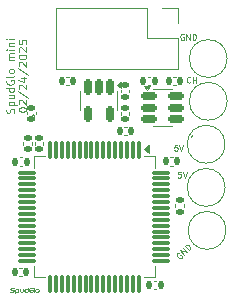
<source format=gto>
%TF.GenerationSoftware,KiCad,Pcbnew,8.0.5*%
%TF.CreationDate,2025-02-24T22:08:56-06:00*%
%TF.ProjectId,spudglo_driver_mini_v1p0,73707564-676c-46f5-9f64-72697665725f,rev?*%
%TF.SameCoordinates,Original*%
%TF.FileFunction,Legend,Top*%
%TF.FilePolarity,Positive*%
%FSLAX46Y46*%
G04 Gerber Fmt 4.6, Leading zero omitted, Abs format (unit mm)*
G04 Created by KiCad (PCBNEW 8.0.5) date 2025-02-24 22:08:56*
%MOMM*%
%LPD*%
G01*
G04 APERTURE LIST*
G04 Aperture macros list*
%AMRoundRect*
0 Rectangle with rounded corners*
0 $1 Rounding radius*
0 $2 $3 $4 $5 $6 $7 $8 $9 X,Y pos of 4 corners*
0 Add a 4 corners polygon primitive as box body*
4,1,4,$2,$3,$4,$5,$6,$7,$8,$9,$2,$3,0*
0 Add four circle primitives for the rounded corners*
1,1,$1+$1,$2,$3*
1,1,$1+$1,$4,$5*
1,1,$1+$1,$6,$7*
1,1,$1+$1,$8,$9*
0 Add four rect primitives between the rounded corners*
20,1,$1+$1,$2,$3,$4,$5,0*
20,1,$1+$1,$4,$5,$6,$7,0*
20,1,$1+$1,$6,$7,$8,$9,0*
20,1,$1+$1,$8,$9,$2,$3,0*%
G04 Aperture macros list end*
%ADD10C,0.125000*%
%ADD11C,0.120000*%
%ADD12C,0.200000*%
%ADD13C,0.000000*%
%ADD14C,0.152400*%
%ADD15C,2.000000*%
%ADD16RoundRect,0.140000X0.140000X0.170000X-0.140000X0.170000X-0.140000X-0.170000X0.140000X-0.170000X0*%
%ADD17RoundRect,0.140000X-0.140000X-0.170000X0.140000X-0.170000X0.140000X0.170000X-0.140000X0.170000X0*%
%ADD18RoundRect,0.140000X0.170000X-0.140000X0.170000X0.140000X-0.170000X0.140000X-0.170000X-0.140000X0*%
%ADD19RoundRect,0.140000X-0.170000X0.140000X-0.170000X-0.140000X0.170000X-0.140000X0.170000X0.140000X0*%
%ADD20RoundRect,0.135000X-0.185000X0.135000X-0.185000X-0.135000X0.185000X-0.135000X0.185000X0.135000X0*%
%ADD21C,2.600000*%
%ADD22RoundRect,0.150000X-0.512500X-0.150000X0.512500X-0.150000X0.512500X0.150000X-0.512500X0.150000X0*%
%ADD23RoundRect,0.075000X-0.700000X0.075000X-0.700000X-0.075000X0.700000X-0.075000X0.700000X0.075000X0*%
%ADD24RoundRect,0.075000X-0.075000X0.700000X-0.075000X-0.700000X0.075000X-0.700000X0.075000X0.700000X0*%
%ADD25O,1.700000X1.700000*%
%ADD26R,1.700000X1.700000*%
%ADD27R,1.200000X1.000000*%
%ADD28RoundRect,0.150000X-0.150000X0.512500X-0.150000X-0.512500X0.150000X-0.512500X0.150000X0.512500X0*%
%ADD29R,0.152400X0.254000*%
G04 APERTURE END LIST*
D10*
X206302856Y-57287190D02*
X206279047Y-57311000D01*
X206279047Y-57311000D02*
X206207618Y-57334809D01*
X206207618Y-57334809D02*
X206159999Y-57334809D01*
X206159999Y-57334809D02*
X206088571Y-57311000D01*
X206088571Y-57311000D02*
X206040952Y-57263380D01*
X206040952Y-57263380D02*
X206017142Y-57215761D01*
X206017142Y-57215761D02*
X205993333Y-57120523D01*
X205993333Y-57120523D02*
X205993333Y-57049095D01*
X205993333Y-57049095D02*
X206017142Y-56953857D01*
X206017142Y-56953857D02*
X206040952Y-56906238D01*
X206040952Y-56906238D02*
X206088571Y-56858619D01*
X206088571Y-56858619D02*
X206159999Y-56834809D01*
X206159999Y-56834809D02*
X206207618Y-56834809D01*
X206207618Y-56834809D02*
X206279047Y-56858619D01*
X206279047Y-56858619D02*
X206302856Y-56882428D01*
X206517142Y-57334809D02*
X206517142Y-56834809D01*
X206517142Y-57072904D02*
X206802856Y-57072904D01*
X206802856Y-57334809D02*
X206802856Y-56834809D01*
X205729047Y-53228619D02*
X205681428Y-53204809D01*
X205681428Y-53204809D02*
X205609999Y-53204809D01*
X205609999Y-53204809D02*
X205538571Y-53228619D01*
X205538571Y-53228619D02*
X205490952Y-53276238D01*
X205490952Y-53276238D02*
X205467142Y-53323857D01*
X205467142Y-53323857D02*
X205443333Y-53419095D01*
X205443333Y-53419095D02*
X205443333Y-53490523D01*
X205443333Y-53490523D02*
X205467142Y-53585761D01*
X205467142Y-53585761D02*
X205490952Y-53633380D01*
X205490952Y-53633380D02*
X205538571Y-53681000D01*
X205538571Y-53681000D02*
X205609999Y-53704809D01*
X205609999Y-53704809D02*
X205657618Y-53704809D01*
X205657618Y-53704809D02*
X205729047Y-53681000D01*
X205729047Y-53681000D02*
X205752856Y-53657190D01*
X205752856Y-53657190D02*
X205752856Y-53490523D01*
X205752856Y-53490523D02*
X205657618Y-53490523D01*
X205967142Y-53704809D02*
X205967142Y-53204809D01*
X205967142Y-53204809D02*
X206252856Y-53704809D01*
X206252856Y-53704809D02*
X206252856Y-53204809D01*
X206490952Y-53704809D02*
X206490952Y-53204809D01*
X206490952Y-53204809D02*
X206610000Y-53204809D01*
X206610000Y-53204809D02*
X206681428Y-53228619D01*
X206681428Y-53228619D02*
X206729047Y-53276238D01*
X206729047Y-53276238D02*
X206752857Y-53323857D01*
X206752857Y-53323857D02*
X206776666Y-53419095D01*
X206776666Y-53419095D02*
X206776666Y-53490523D01*
X206776666Y-53490523D02*
X206752857Y-53585761D01*
X206752857Y-53585761D02*
X206729047Y-53633380D01*
X206729047Y-53633380D02*
X206681428Y-53681000D01*
X206681428Y-53681000D02*
X206610000Y-53704809D01*
X206610000Y-53704809D02*
X206490952Y-53704809D01*
X205474762Y-64864809D02*
X205236667Y-64864809D01*
X205236667Y-64864809D02*
X205212858Y-65102904D01*
X205212858Y-65102904D02*
X205236667Y-65079095D01*
X205236667Y-65079095D02*
X205284286Y-65055285D01*
X205284286Y-65055285D02*
X205403334Y-65055285D01*
X205403334Y-65055285D02*
X205450953Y-65079095D01*
X205450953Y-65079095D02*
X205474762Y-65102904D01*
X205474762Y-65102904D02*
X205498572Y-65150523D01*
X205498572Y-65150523D02*
X205498572Y-65269571D01*
X205498572Y-65269571D02*
X205474762Y-65317190D01*
X205474762Y-65317190D02*
X205450953Y-65341000D01*
X205450953Y-65341000D02*
X205403334Y-65364809D01*
X205403334Y-65364809D02*
X205284286Y-65364809D01*
X205284286Y-65364809D02*
X205236667Y-65341000D01*
X205236667Y-65341000D02*
X205212858Y-65317190D01*
X205641429Y-64864809D02*
X205808095Y-65364809D01*
X205808095Y-65364809D02*
X205974762Y-64864809D01*
X205204762Y-62584809D02*
X204966667Y-62584809D01*
X204966667Y-62584809D02*
X204942858Y-62822904D01*
X204942858Y-62822904D02*
X204966667Y-62799095D01*
X204966667Y-62799095D02*
X205014286Y-62775285D01*
X205014286Y-62775285D02*
X205133334Y-62775285D01*
X205133334Y-62775285D02*
X205180953Y-62799095D01*
X205180953Y-62799095D02*
X205204762Y-62822904D01*
X205204762Y-62822904D02*
X205228572Y-62870523D01*
X205228572Y-62870523D02*
X205228572Y-62989571D01*
X205228572Y-62989571D02*
X205204762Y-63037190D01*
X205204762Y-63037190D02*
X205180953Y-63061000D01*
X205180953Y-63061000D02*
X205133334Y-63084809D01*
X205133334Y-63084809D02*
X205014286Y-63084809D01*
X205014286Y-63084809D02*
X204966667Y-63061000D01*
X204966667Y-63061000D02*
X204942858Y-63037190D01*
X205371429Y-62584809D02*
X205538095Y-63084809D01*
X205538095Y-63084809D02*
X205704762Y-62584809D01*
X205292872Y-71719621D02*
X205242365Y-71736456D01*
X205242365Y-71736456D02*
X205191857Y-71786964D01*
X205191857Y-71786964D02*
X205158185Y-71854308D01*
X205158185Y-71854308D02*
X205158185Y-71921651D01*
X205158185Y-71921651D02*
X205175021Y-71972159D01*
X205175021Y-71972159D02*
X205225529Y-72056338D01*
X205225529Y-72056338D02*
X205276036Y-72106846D01*
X205276036Y-72106846D02*
X205360216Y-72157353D01*
X205360216Y-72157353D02*
X205410723Y-72174189D01*
X205410723Y-72174189D02*
X205478067Y-72174189D01*
X205478067Y-72174189D02*
X205545410Y-72140517D01*
X205545410Y-72140517D02*
X205579082Y-72106846D01*
X205579082Y-72106846D02*
X205612754Y-72039502D01*
X205612754Y-72039502D02*
X205612754Y-72005830D01*
X205612754Y-72005830D02*
X205494903Y-71887979D01*
X205494903Y-71887979D02*
X205427559Y-71955323D01*
X205797948Y-71887979D02*
X205444395Y-71534426D01*
X205444395Y-71534426D02*
X205999979Y-71685949D01*
X205999979Y-71685949D02*
X205646426Y-71332395D01*
X206168338Y-71517590D02*
X205814785Y-71164036D01*
X205814785Y-71164036D02*
X205898964Y-71079857D01*
X205898964Y-71079857D02*
X205966308Y-71046185D01*
X205966308Y-71046185D02*
X206033651Y-71046185D01*
X206033651Y-71046185D02*
X206084159Y-71063021D01*
X206084159Y-71063021D02*
X206168338Y-71113529D01*
X206168338Y-71113529D02*
X206218846Y-71164036D01*
X206218846Y-71164036D02*
X206269353Y-71248216D01*
X206269353Y-71248216D02*
X206286189Y-71298723D01*
X206286189Y-71298723D02*
X206286189Y-71366067D01*
X206286189Y-71366067D02*
X206252517Y-71433410D01*
X206252517Y-71433410D02*
X206168338Y-71517590D01*
X191330018Y-59891666D02*
X191360970Y-59798809D01*
X191360970Y-59798809D02*
X191360970Y-59644047D01*
X191360970Y-59644047D02*
X191330018Y-59582142D01*
X191330018Y-59582142D02*
X191299065Y-59551190D01*
X191299065Y-59551190D02*
X191237160Y-59520237D01*
X191237160Y-59520237D02*
X191175256Y-59520237D01*
X191175256Y-59520237D02*
X191113351Y-59551190D01*
X191113351Y-59551190D02*
X191082398Y-59582142D01*
X191082398Y-59582142D02*
X191051446Y-59644047D01*
X191051446Y-59644047D02*
X191020494Y-59767856D01*
X191020494Y-59767856D02*
X190989541Y-59829761D01*
X190989541Y-59829761D02*
X190958589Y-59860714D01*
X190958589Y-59860714D02*
X190896684Y-59891666D01*
X190896684Y-59891666D02*
X190834779Y-59891666D01*
X190834779Y-59891666D02*
X190772875Y-59860714D01*
X190772875Y-59860714D02*
X190741922Y-59829761D01*
X190741922Y-59829761D02*
X190710970Y-59767856D01*
X190710970Y-59767856D02*
X190710970Y-59613095D01*
X190710970Y-59613095D02*
X190741922Y-59520237D01*
X190927637Y-59241666D02*
X191577637Y-59241666D01*
X190958589Y-59241666D02*
X190927637Y-59179761D01*
X190927637Y-59179761D02*
X190927637Y-59055951D01*
X190927637Y-59055951D02*
X190958589Y-58994047D01*
X190958589Y-58994047D02*
X190989541Y-58963094D01*
X190989541Y-58963094D02*
X191051446Y-58932142D01*
X191051446Y-58932142D02*
X191237160Y-58932142D01*
X191237160Y-58932142D02*
X191299065Y-58963094D01*
X191299065Y-58963094D02*
X191330018Y-58994047D01*
X191330018Y-58994047D02*
X191360970Y-59055951D01*
X191360970Y-59055951D02*
X191360970Y-59179761D01*
X191360970Y-59179761D02*
X191330018Y-59241666D01*
X190927637Y-58374999D02*
X191360970Y-58374999D01*
X190927637Y-58653571D02*
X191268113Y-58653571D01*
X191268113Y-58653571D02*
X191330018Y-58622618D01*
X191330018Y-58622618D02*
X191360970Y-58560713D01*
X191360970Y-58560713D02*
X191360970Y-58467856D01*
X191360970Y-58467856D02*
X191330018Y-58405952D01*
X191330018Y-58405952D02*
X191299065Y-58374999D01*
X191360970Y-57786904D02*
X190710970Y-57786904D01*
X191330018Y-57786904D02*
X191360970Y-57848809D01*
X191360970Y-57848809D02*
X191360970Y-57972618D01*
X191360970Y-57972618D02*
X191330018Y-58034523D01*
X191330018Y-58034523D02*
X191299065Y-58065476D01*
X191299065Y-58065476D02*
X191237160Y-58096428D01*
X191237160Y-58096428D02*
X191051446Y-58096428D01*
X191051446Y-58096428D02*
X190989541Y-58065476D01*
X190989541Y-58065476D02*
X190958589Y-58034523D01*
X190958589Y-58034523D02*
X190927637Y-57972618D01*
X190927637Y-57972618D02*
X190927637Y-57848809D01*
X190927637Y-57848809D02*
X190958589Y-57786904D01*
X190741922Y-57136904D02*
X190710970Y-57198809D01*
X190710970Y-57198809D02*
X190710970Y-57291666D01*
X190710970Y-57291666D02*
X190741922Y-57384523D01*
X190741922Y-57384523D02*
X190803827Y-57446428D01*
X190803827Y-57446428D02*
X190865732Y-57477381D01*
X190865732Y-57477381D02*
X190989541Y-57508333D01*
X190989541Y-57508333D02*
X191082398Y-57508333D01*
X191082398Y-57508333D02*
X191206208Y-57477381D01*
X191206208Y-57477381D02*
X191268113Y-57446428D01*
X191268113Y-57446428D02*
X191330018Y-57384523D01*
X191330018Y-57384523D02*
X191360970Y-57291666D01*
X191360970Y-57291666D02*
X191360970Y-57229762D01*
X191360970Y-57229762D02*
X191330018Y-57136904D01*
X191330018Y-57136904D02*
X191299065Y-57105952D01*
X191299065Y-57105952D02*
X191082398Y-57105952D01*
X191082398Y-57105952D02*
X191082398Y-57229762D01*
X191360970Y-56734523D02*
X191330018Y-56796428D01*
X191330018Y-56796428D02*
X191268113Y-56827381D01*
X191268113Y-56827381D02*
X190710970Y-56827381D01*
X191360970Y-56394047D02*
X191330018Y-56455952D01*
X191330018Y-56455952D02*
X191299065Y-56486905D01*
X191299065Y-56486905D02*
X191237160Y-56517857D01*
X191237160Y-56517857D02*
X191051446Y-56517857D01*
X191051446Y-56517857D02*
X190989541Y-56486905D01*
X190989541Y-56486905D02*
X190958589Y-56455952D01*
X190958589Y-56455952D02*
X190927637Y-56394047D01*
X190927637Y-56394047D02*
X190927637Y-56301190D01*
X190927637Y-56301190D02*
X190958589Y-56239286D01*
X190958589Y-56239286D02*
X190989541Y-56208333D01*
X190989541Y-56208333D02*
X191051446Y-56177381D01*
X191051446Y-56177381D02*
X191237160Y-56177381D01*
X191237160Y-56177381D02*
X191299065Y-56208333D01*
X191299065Y-56208333D02*
X191330018Y-56239286D01*
X191330018Y-56239286D02*
X191360970Y-56301190D01*
X191360970Y-56301190D02*
X191360970Y-56394047D01*
X191360970Y-55403572D02*
X190927637Y-55403572D01*
X190989541Y-55403572D02*
X190958589Y-55372619D01*
X190958589Y-55372619D02*
X190927637Y-55310714D01*
X190927637Y-55310714D02*
X190927637Y-55217857D01*
X190927637Y-55217857D02*
X190958589Y-55155953D01*
X190958589Y-55155953D02*
X191020494Y-55125000D01*
X191020494Y-55125000D02*
X191360970Y-55125000D01*
X191020494Y-55125000D02*
X190958589Y-55094048D01*
X190958589Y-55094048D02*
X190927637Y-55032143D01*
X190927637Y-55032143D02*
X190927637Y-54939286D01*
X190927637Y-54939286D02*
X190958589Y-54877381D01*
X190958589Y-54877381D02*
X191020494Y-54846429D01*
X191020494Y-54846429D02*
X191360970Y-54846429D01*
X191360970Y-54536905D02*
X190927637Y-54536905D01*
X190710970Y-54536905D02*
X190741922Y-54567857D01*
X190741922Y-54567857D02*
X190772875Y-54536905D01*
X190772875Y-54536905D02*
X190741922Y-54505952D01*
X190741922Y-54505952D02*
X190710970Y-54536905D01*
X190710970Y-54536905D02*
X190772875Y-54536905D01*
X190927637Y-54227381D02*
X191360970Y-54227381D01*
X190989541Y-54227381D02*
X190958589Y-54196428D01*
X190958589Y-54196428D02*
X190927637Y-54134523D01*
X190927637Y-54134523D02*
X190927637Y-54041666D01*
X190927637Y-54041666D02*
X190958589Y-53979762D01*
X190958589Y-53979762D02*
X191020494Y-53948809D01*
X191020494Y-53948809D02*
X191360970Y-53948809D01*
X191360970Y-53639286D02*
X190927637Y-53639286D01*
X190710970Y-53639286D02*
X190741922Y-53670238D01*
X190741922Y-53670238D02*
X190772875Y-53639286D01*
X190772875Y-53639286D02*
X190741922Y-53608333D01*
X190741922Y-53608333D02*
X190710970Y-53639286D01*
X190710970Y-53639286D02*
X190772875Y-53639286D01*
X191757434Y-59628572D02*
X191757434Y-59566667D01*
X191757434Y-59566667D02*
X191788386Y-59504763D01*
X191788386Y-59504763D02*
X191819339Y-59473810D01*
X191819339Y-59473810D02*
X191881243Y-59442858D01*
X191881243Y-59442858D02*
X192005053Y-59411905D01*
X192005053Y-59411905D02*
X192159815Y-59411905D01*
X192159815Y-59411905D02*
X192283624Y-59442858D01*
X192283624Y-59442858D02*
X192345529Y-59473810D01*
X192345529Y-59473810D02*
X192376482Y-59504763D01*
X192376482Y-59504763D02*
X192407434Y-59566667D01*
X192407434Y-59566667D02*
X192407434Y-59628572D01*
X192407434Y-59628572D02*
X192376482Y-59690477D01*
X192376482Y-59690477D02*
X192345529Y-59721429D01*
X192345529Y-59721429D02*
X192283624Y-59752382D01*
X192283624Y-59752382D02*
X192159815Y-59783334D01*
X192159815Y-59783334D02*
X192005053Y-59783334D01*
X192005053Y-59783334D02*
X191881243Y-59752382D01*
X191881243Y-59752382D02*
X191819339Y-59721429D01*
X191819339Y-59721429D02*
X191788386Y-59690477D01*
X191788386Y-59690477D02*
X191757434Y-59628572D01*
X191819339Y-59164286D02*
X191788386Y-59133334D01*
X191788386Y-59133334D02*
X191757434Y-59071429D01*
X191757434Y-59071429D02*
X191757434Y-58916667D01*
X191757434Y-58916667D02*
X191788386Y-58854762D01*
X191788386Y-58854762D02*
X191819339Y-58823810D01*
X191819339Y-58823810D02*
X191881243Y-58792857D01*
X191881243Y-58792857D02*
X191943148Y-58792857D01*
X191943148Y-58792857D02*
X192036005Y-58823810D01*
X192036005Y-58823810D02*
X192407434Y-59195238D01*
X192407434Y-59195238D02*
X192407434Y-58792857D01*
X191726482Y-58050000D02*
X192562196Y-58607143D01*
X191819339Y-57864286D02*
X191788386Y-57833334D01*
X191788386Y-57833334D02*
X191757434Y-57771429D01*
X191757434Y-57771429D02*
X191757434Y-57616667D01*
X191757434Y-57616667D02*
X191788386Y-57554762D01*
X191788386Y-57554762D02*
X191819339Y-57523810D01*
X191819339Y-57523810D02*
X191881243Y-57492857D01*
X191881243Y-57492857D02*
X191943148Y-57492857D01*
X191943148Y-57492857D02*
X192036005Y-57523810D01*
X192036005Y-57523810D02*
X192407434Y-57895238D01*
X192407434Y-57895238D02*
X192407434Y-57492857D01*
X191974101Y-56935714D02*
X192407434Y-56935714D01*
X191726482Y-57090476D02*
X192190767Y-57245238D01*
X192190767Y-57245238D02*
X192190767Y-56842857D01*
X191726482Y-56130952D02*
X192562196Y-56688095D01*
X191819339Y-55945238D02*
X191788386Y-55914286D01*
X191788386Y-55914286D02*
X191757434Y-55852381D01*
X191757434Y-55852381D02*
X191757434Y-55697619D01*
X191757434Y-55697619D02*
X191788386Y-55635714D01*
X191788386Y-55635714D02*
X191819339Y-55604762D01*
X191819339Y-55604762D02*
X191881243Y-55573809D01*
X191881243Y-55573809D02*
X191943148Y-55573809D01*
X191943148Y-55573809D02*
X192036005Y-55604762D01*
X192036005Y-55604762D02*
X192407434Y-55976190D01*
X192407434Y-55976190D02*
X192407434Y-55573809D01*
X191757434Y-55171428D02*
X191757434Y-55109523D01*
X191757434Y-55109523D02*
X191788386Y-55047619D01*
X191788386Y-55047619D02*
X191819339Y-55016666D01*
X191819339Y-55016666D02*
X191881243Y-54985714D01*
X191881243Y-54985714D02*
X192005053Y-54954761D01*
X192005053Y-54954761D02*
X192159815Y-54954761D01*
X192159815Y-54954761D02*
X192283624Y-54985714D01*
X192283624Y-54985714D02*
X192345529Y-55016666D01*
X192345529Y-55016666D02*
X192376482Y-55047619D01*
X192376482Y-55047619D02*
X192407434Y-55109523D01*
X192407434Y-55109523D02*
X192407434Y-55171428D01*
X192407434Y-55171428D02*
X192376482Y-55233333D01*
X192376482Y-55233333D02*
X192345529Y-55264285D01*
X192345529Y-55264285D02*
X192283624Y-55295238D01*
X192283624Y-55295238D02*
X192159815Y-55326190D01*
X192159815Y-55326190D02*
X192005053Y-55326190D01*
X192005053Y-55326190D02*
X191881243Y-55295238D01*
X191881243Y-55295238D02*
X191819339Y-55264285D01*
X191819339Y-55264285D02*
X191788386Y-55233333D01*
X191788386Y-55233333D02*
X191757434Y-55171428D01*
X191819339Y-54707142D02*
X191788386Y-54676190D01*
X191788386Y-54676190D02*
X191757434Y-54614285D01*
X191757434Y-54614285D02*
X191757434Y-54459523D01*
X191757434Y-54459523D02*
X191788386Y-54397618D01*
X191788386Y-54397618D02*
X191819339Y-54366666D01*
X191819339Y-54366666D02*
X191881243Y-54335713D01*
X191881243Y-54335713D02*
X191943148Y-54335713D01*
X191943148Y-54335713D02*
X192036005Y-54366666D01*
X192036005Y-54366666D02*
X192407434Y-54738094D01*
X192407434Y-54738094D02*
X192407434Y-54335713D01*
X191757434Y-53747618D02*
X191757434Y-54057142D01*
X191757434Y-54057142D02*
X192066958Y-54088094D01*
X192066958Y-54088094D02*
X192036005Y-54057142D01*
X192036005Y-54057142D02*
X192005053Y-53995237D01*
X192005053Y-53995237D02*
X192005053Y-53840475D01*
X192005053Y-53840475D02*
X192036005Y-53778570D01*
X192036005Y-53778570D02*
X192066958Y-53747618D01*
X192066958Y-53747618D02*
X192128862Y-53716665D01*
X192128862Y-53716665D02*
X192283624Y-53716665D01*
X192283624Y-53716665D02*
X192345529Y-53747618D01*
X192345529Y-53747618D02*
X192376482Y-53778570D01*
X192376482Y-53778570D02*
X192407434Y-53840475D01*
X192407434Y-53840475D02*
X192407434Y-53995237D01*
X192407434Y-53995237D02*
X192376482Y-54057142D01*
X192376482Y-54057142D02*
X192345529Y-54088094D01*
D11*
%TO.C,C25*%
X205047836Y-57540000D02*
X204832164Y-57540000D01*
X205047836Y-56820000D02*
X204832164Y-56820000D01*
%TO.C,C24*%
X202692164Y-56850000D02*
X202907836Y-56850000D01*
X202692164Y-57570000D02*
X202907836Y-57570000D01*
%TO.C,C23*%
X195987836Y-57570000D02*
X195772164Y-57570000D01*
X195987836Y-56850000D02*
X195772164Y-56850000D01*
%TO.C,C20*%
X192470000Y-60027836D02*
X192470000Y-59812164D01*
X193190000Y-60027836D02*
X193190000Y-59812164D01*
%TO.C,C17*%
X192160000Y-62587836D02*
X192160000Y-62372164D01*
X192880000Y-62587836D02*
X192880000Y-62372164D01*
%TO.C,C16*%
X193140000Y-62577836D02*
X193140000Y-62362164D01*
X193860000Y-62577836D02*
X193860000Y-62362164D01*
%TO.C,C15*%
X204592164Y-64350000D02*
X204807836Y-64350000D01*
X204592164Y-63630000D02*
X204807836Y-63630000D01*
%TO.C,C14*%
X192027836Y-73730000D02*
X191812164Y-73730000D01*
X192027836Y-73010000D02*
X191812164Y-73010000D01*
%TO.C,C13*%
X192057836Y-64380000D02*
X191842164Y-64380000D01*
X192057836Y-63660000D02*
X191842164Y-63660000D01*
%TO.C,C12*%
X200917836Y-61780000D02*
X200702164Y-61780000D01*
X200917836Y-61060000D02*
X200702164Y-61060000D01*
%TO.C,C11*%
X203417836Y-74840000D02*
X203202164Y-74840000D01*
X203417836Y-74120000D02*
X203202164Y-74120000D01*
%TO.C,C10*%
X201120000Y-59852164D02*
X201120000Y-60067836D01*
X200400000Y-59852164D02*
X200400000Y-60067836D01*
%TO.C,C9*%
X201130000Y-57932164D02*
X201130000Y-58147836D01*
X200410000Y-57932164D02*
X200410000Y-58147836D01*
%TO.C,R6*%
X205790000Y-67586359D02*
X205790000Y-67893641D01*
X205030000Y-67586359D02*
X205030000Y-67893641D01*
%TO.C,J7*%
X209230781Y-66200000D02*
G75*
G02*
X206029219Y-66200000I-1600781J0D01*
G01*
X206029219Y-66200000D02*
G75*
G02*
X209230781Y-66200000I1600781J0D01*
G01*
%TO.C,J1*%
X209310781Y-69840000D02*
G75*
G02*
X206109219Y-69840000I-1600781J0D01*
G01*
X206109219Y-69840000D02*
G75*
G02*
X209310781Y-69840000I1600781J0D01*
G01*
%TO.C,U7*%
X202612500Y-57940000D02*
X202372500Y-57610000D01*
X202852500Y-57610000D01*
X202612500Y-57940000D01*
G36*
X202612500Y-57940000D02*
G01*
X202372500Y-57610000D01*
X202852500Y-57610000D01*
X202612500Y-57940000D01*
G37*
X203912500Y-61010000D02*
X204712500Y-61010000D01*
X203912500Y-61010000D02*
X203112500Y-61010000D01*
X203912500Y-57890000D02*
X204712500Y-57890000D01*
X203912500Y-57890000D02*
X203112500Y-57890000D01*
%TO.C,J2*%
X209230781Y-62550000D02*
G75*
G02*
X206029219Y-62550000I-1600781J0D01*
G01*
X206029219Y-62550000D02*
G75*
G02*
X209230781Y-62550000I1600781J0D01*
G01*
%TO.C,U4*%
X202799999Y-63305000D02*
X202330000Y-62965000D01*
X202800000Y-62625000D01*
X202799999Y-63305000D01*
G36*
X202799999Y-63305000D02*
G01*
X202330000Y-62965000D01*
X202800000Y-62625000D01*
X202799999Y-63305000D01*
G37*
X193060000Y-63580000D02*
X194010000Y-63580000D01*
X193060000Y-64530000D02*
X193060000Y-63580000D01*
X193060000Y-72850000D02*
X193060000Y-73800000D01*
X193060000Y-73800000D02*
X194010000Y-73800000D01*
X203280000Y-63580000D02*
X202330000Y-63580000D01*
X203280000Y-64530000D02*
X203280000Y-63580000D01*
X203280000Y-72850000D02*
X203280000Y-73800000D01*
X203280000Y-73800000D02*
X202330000Y-73800000D01*
%TO.C,J4*%
X209410781Y-58910000D02*
G75*
G02*
X206209219Y-58910000I-1600781J0D01*
G01*
X206209219Y-58910000D02*
G75*
G02*
X209410781Y-58910000I1600781J0D01*
G01*
%TO.C,J5*%
X209400781Y-55290000D02*
G75*
G02*
X206199219Y-55290000I-1600781J0D01*
G01*
X206199219Y-55290000D02*
G75*
G02*
X209400781Y-55290000I1600781J0D01*
G01*
%TO.C,J3*%
X194940000Y-50970000D02*
X194940000Y-56170000D01*
X202619999Y-50970000D02*
X194940000Y-50970000D01*
X202619999Y-50970000D02*
X202620000Y-53570000D01*
X202620000Y-53570000D02*
X205220000Y-53570001D01*
X203890000Y-50970000D02*
X205220000Y-50970000D01*
X205220000Y-50970000D02*
X205220000Y-52300000D01*
X205220000Y-53570001D02*
X205220000Y-56170000D01*
X205220000Y-56170000D02*
X194940000Y-56170000D01*
D12*
%TO.C,U5*%
X193110000Y-60140000D02*
G75*
G02*
X192910000Y-60140000I-100000J0D01*
G01*
X192910000Y-60140000D02*
G75*
G02*
X193110000Y-60140000I100000J0D01*
G01*
D11*
%TO.C,U3*%
X196980000Y-58807500D02*
X196980001Y-58007500D01*
X196980000Y-58807500D02*
X196980001Y-59607500D01*
X200100002Y-58807500D02*
X200100001Y-58007500D01*
X200100002Y-58807500D02*
X200100001Y-59607500D01*
X200380001Y-57747500D02*
X200050001Y-57507500D01*
X200380001Y-57267500D01*
X200380001Y-57747500D01*
G36*
X200380001Y-57747500D02*
G01*
X200050001Y-57507500D01*
X200380001Y-57267500D01*
X200380001Y-57747500D01*
G37*
D13*
%TO.C,G\u002A\u002A\u002A*%
G36*
X191366694Y-74645617D02*
G01*
X191366730Y-74645905D01*
X191365812Y-74647074D01*
X191365526Y-74647108D01*
X191364357Y-74646193D01*
X191364323Y-74645905D01*
X191365238Y-74644736D01*
X191365526Y-74644702D01*
X191366694Y-74645617D01*
G37*
G36*
X191366694Y-75146394D02*
G01*
X191366729Y-75146682D01*
X191365812Y-75147851D01*
X191365526Y-75147886D01*
X191364357Y-75146970D01*
X191364322Y-75146682D01*
X191365238Y-75145513D01*
X191365525Y-75145478D01*
X191366694Y-75146394D01*
G37*
G36*
X191867472Y-74645617D02*
G01*
X191867507Y-74645905D01*
X191866591Y-74647074D01*
X191866303Y-74647109D01*
X191865134Y-74646193D01*
X191865098Y-74645905D01*
X191866016Y-74644736D01*
X191866303Y-74644701D01*
X191867472Y-74645617D01*
G37*
G36*
X191867472Y-75146394D02*
G01*
X191867507Y-75146682D01*
X191866591Y-75147851D01*
X191866303Y-75147886D01*
X191865134Y-75146970D01*
X191865099Y-75146682D01*
X191866015Y-75145513D01*
X191866303Y-75145478D01*
X191867472Y-75146394D01*
G37*
G36*
X192368249Y-74645617D02*
G01*
X192368284Y-74645905D01*
X192367368Y-74647074D01*
X192367080Y-74647109D01*
X192365911Y-74646194D01*
X192365876Y-74645905D01*
X192366792Y-74644735D01*
X192367080Y-74644701D01*
X192368249Y-74645617D01*
G37*
G36*
X192368249Y-75146394D02*
G01*
X192368284Y-75146682D01*
X192367368Y-75147851D01*
X192367080Y-75147886D01*
X192365911Y-75146969D01*
X192365876Y-75146682D01*
X192366792Y-75145513D01*
X192367080Y-75145478D01*
X192368249Y-75146394D01*
G37*
G36*
X192869026Y-74645617D02*
G01*
X192869061Y-74645905D01*
X192868145Y-74647075D01*
X192867857Y-74647109D01*
X192866689Y-74646193D01*
X192866654Y-74645905D01*
X192867570Y-74644736D01*
X192867857Y-74644701D01*
X192869026Y-74645617D01*
G37*
G36*
X192869026Y-75146394D02*
G01*
X192869061Y-75146682D01*
X192868145Y-75147850D01*
X192867857Y-75147886D01*
X192866689Y-75146970D01*
X192866654Y-75146682D01*
X192867570Y-75145513D01*
X192867857Y-75145478D01*
X192869026Y-75146394D01*
G37*
G36*
X193371007Y-74645617D02*
G01*
X193371042Y-74645905D01*
X193370126Y-74647074D01*
X193369838Y-74647109D01*
X193368670Y-74646193D01*
X193368635Y-74645905D01*
X193369551Y-74644736D01*
X193369838Y-74644701D01*
X193371007Y-74645617D01*
G37*
G36*
X193371007Y-75146394D02*
G01*
X193371042Y-75146682D01*
X193370126Y-75147851D01*
X193369838Y-75147886D01*
X193368670Y-75146970D01*
X193368635Y-75146682D01*
X193369551Y-75145513D01*
X193369838Y-75145478D01*
X193371007Y-75146394D01*
G37*
G36*
X193101413Y-74713763D02*
G01*
X193110348Y-74716580D01*
X193118354Y-74720918D01*
X193125054Y-74726655D01*
X193130068Y-74733660D01*
X193130733Y-74734986D01*
X193133293Y-74740403D01*
X193133677Y-74891813D01*
X193133734Y-74916951D01*
X193133767Y-74939794D01*
X193133776Y-74960455D01*
X193133758Y-74979049D01*
X193133712Y-74995687D01*
X193133635Y-75010483D01*
X193133525Y-75023551D01*
X193133379Y-75035003D01*
X193133198Y-75044953D01*
X193132974Y-75053513D01*
X193132710Y-75060797D01*
X193132403Y-75066918D01*
X193132049Y-75071988D01*
X193131648Y-75076122D01*
X193131196Y-75079433D01*
X193130692Y-75082032D01*
X193130134Y-75084034D01*
X193130048Y-75084284D01*
X193126565Y-75090674D01*
X193121041Y-75096437D01*
X193113820Y-75101253D01*
X193109819Y-75103146D01*
X193104465Y-75104784D01*
X193097856Y-75105938D01*
X193090849Y-75106541D01*
X193084300Y-75106520D01*
X193079065Y-75105811D01*
X193078521Y-75105664D01*
X193068864Y-75101778D01*
X193060610Y-75096111D01*
X193053367Y-75088391D01*
X193053241Y-75088228D01*
X193052494Y-75087297D01*
X193051819Y-75086452D01*
X193051212Y-75085574D01*
X193050669Y-75084543D01*
X193050186Y-75083239D01*
X193049760Y-75081539D01*
X193049387Y-75079325D01*
X193049062Y-75076477D01*
X193048782Y-75072874D01*
X193048543Y-75068396D01*
X193048342Y-75062922D01*
X193048173Y-75056332D01*
X193048034Y-75048505D01*
X193047920Y-75039322D01*
X193047828Y-75028662D01*
X193047754Y-75016405D01*
X193047693Y-75002430D01*
X193047643Y-74986617D01*
X193047598Y-74968846D01*
X193047556Y-74948997D01*
X193047512Y-74926948D01*
X193047476Y-74909285D01*
X193047128Y-74739902D01*
X193050031Y-74735337D01*
X193056553Y-74726923D01*
X193064166Y-74720326D01*
X193072558Y-74715816D01*
X193072833Y-74715710D01*
X193082277Y-74713202D01*
X193091930Y-74712595D01*
X193101413Y-74713763D01*
G37*
G36*
X192196312Y-74815252D02*
G01*
X192203211Y-74817394D01*
X192210280Y-74820523D01*
X192216746Y-74824288D01*
X192221836Y-74828336D01*
X192222573Y-74829096D01*
X192225697Y-74832702D01*
X192227813Y-74835828D01*
X192229620Y-74839441D01*
X192230063Y-74840614D01*
X192230441Y-74842152D01*
X192230760Y-74844252D01*
X192231027Y-74847112D01*
X192231248Y-74850924D01*
X192231430Y-74855890D01*
X192231580Y-74862205D01*
X192231704Y-74870065D01*
X192231810Y-74879666D01*
X192231901Y-74891207D01*
X192231986Y-74904883D01*
X192232020Y-74910739D01*
X192232096Y-74926531D01*
X192232131Y-74940138D01*
X192232110Y-74951779D01*
X192232022Y-74961678D01*
X192231852Y-74970055D01*
X192231588Y-74977134D01*
X192231217Y-74983133D01*
X192230724Y-74988276D01*
X192230098Y-74992783D01*
X192229323Y-74996876D01*
X192228391Y-75000777D01*
X192227284Y-75004707D01*
X192226236Y-75008114D01*
X192220035Y-75024715D01*
X192212361Y-75039673D01*
X192203070Y-75053152D01*
X192192016Y-75065318D01*
X192179052Y-75076335D01*
X192164037Y-75086370D01*
X192151551Y-75093243D01*
X192141545Y-75097880D01*
X192131904Y-75101286D01*
X192121845Y-75103672D01*
X192110585Y-75105247D01*
X192104654Y-75105766D01*
X192099955Y-75106012D01*
X192093166Y-75106220D01*
X192084601Y-75106392D01*
X192074573Y-75106527D01*
X192063402Y-75106626D01*
X192051401Y-75106689D01*
X192038887Y-75106717D01*
X192026175Y-75106708D01*
X192013579Y-75106664D01*
X192001417Y-75106585D01*
X191990003Y-75106471D01*
X191979653Y-75106323D01*
X191970684Y-75106141D01*
X191963410Y-75105924D01*
X191958146Y-75105674D01*
X191957791Y-75105650D01*
X191951148Y-75105017D01*
X191944392Y-75104073D01*
X191938474Y-75102964D01*
X191935521Y-75102222D01*
X191929737Y-75100376D01*
X191923735Y-75098223D01*
X191918097Y-75095997D01*
X191913407Y-75093930D01*
X191910245Y-75092257D01*
X191909639Y-75091833D01*
X191907325Y-75090299D01*
X191904196Y-75088553D01*
X191904035Y-75088472D01*
X191900963Y-75086713D01*
X191898700Y-75085075D01*
X191898618Y-75084999D01*
X191896757Y-75083381D01*
X191893815Y-75080979D01*
X191892008Y-75079551D01*
X191884501Y-75073053D01*
X191876836Y-75065301D01*
X191869656Y-75057014D01*
X191863609Y-75048909D01*
X191861389Y-75045447D01*
X191859088Y-75041709D01*
X191857103Y-75038627D01*
X191856061Y-75037137D01*
X191854922Y-75035132D01*
X191853170Y-75031409D01*
X191851026Y-75026506D01*
X191848715Y-75020961D01*
X191846460Y-75015314D01*
X191844484Y-75010101D01*
X191843012Y-75005863D01*
X191842815Y-75005237D01*
X191841575Y-75001155D01*
X191840528Y-74997494D01*
X191839657Y-74994008D01*
X191838942Y-74990452D01*
X191838366Y-74986578D01*
X191837909Y-74982141D01*
X191837552Y-74976895D01*
X191837278Y-74970593D01*
X191837067Y-74962990D01*
X191836900Y-74953839D01*
X191836760Y-74942894D01*
X191836627Y-74929910D01*
X191836559Y-74922670D01*
X191836455Y-74908748D01*
X191836410Y-74895823D01*
X191836424Y-74884111D01*
X191836493Y-74873825D01*
X191836615Y-74865181D01*
X191836792Y-74858394D01*
X191837018Y-74853680D01*
X191837166Y-74852027D01*
X191839253Y-74842487D01*
X191843119Y-74834361D01*
X191848911Y-74827456D01*
X191856773Y-74821577D01*
X191862076Y-74818688D01*
X191864870Y-74817563D01*
X191868133Y-74816841D01*
X191872462Y-74816444D01*
X191878457Y-74816289D01*
X191880146Y-74816281D01*
X191886130Y-74816309D01*
X191890384Y-74816515D01*
X191893586Y-74817018D01*
X191896413Y-74817937D01*
X191899545Y-74819392D01*
X191900455Y-74819853D01*
X191908525Y-74824956D01*
X191914964Y-74831073D01*
X191919404Y-74837851D01*
X191919623Y-74838323D01*
X191920212Y-74839727D01*
X191920707Y-74841244D01*
X191921122Y-74843097D01*
X191921467Y-74845511D01*
X191921755Y-74848708D01*
X191921999Y-74852914D01*
X191922209Y-74858350D01*
X191922400Y-74865242D01*
X191922582Y-74873813D01*
X191922769Y-74884285D01*
X191922972Y-74896883D01*
X191923028Y-74900507D01*
X191923224Y-74912206D01*
X191923437Y-74923372D01*
X191923660Y-74933732D01*
X191923887Y-74943012D01*
X191924110Y-74950939D01*
X191924322Y-74957241D01*
X191924517Y-74961644D01*
X191924664Y-74963706D01*
X191926693Y-74974285D01*
X191930195Y-74984539D01*
X191934934Y-74994083D01*
X191940670Y-75002538D01*
X191947170Y-75009523D01*
X191954192Y-75014657D01*
X191957413Y-75016243D01*
X191960363Y-75017150D01*
X191964597Y-75017911D01*
X191970251Y-75018530D01*
X191977459Y-75019014D01*
X191986355Y-75019365D01*
X191997072Y-75019589D01*
X192009745Y-75019689D01*
X192024508Y-75019675D01*
X192041494Y-75019547D01*
X192048075Y-75019474D01*
X192102848Y-75018836D01*
X192111876Y-75014309D01*
X192120469Y-75009505D01*
X192127265Y-75004455D01*
X192132860Y-74998630D01*
X192137849Y-74991500D01*
X192138263Y-74990820D01*
X192142379Y-74983983D01*
X192143301Y-74962709D01*
X192143537Y-74956036D01*
X192143759Y-74947467D01*
X192143954Y-74937517D01*
X192144119Y-74926697D01*
X192144240Y-74915522D01*
X192144313Y-74904502D01*
X192144325Y-74901108D01*
X192144394Y-74887314D01*
X192144554Y-74875685D01*
X192144846Y-74865979D01*
X192145313Y-74857951D01*
X192145996Y-74851364D01*
X192146938Y-74845972D01*
X192148179Y-74841534D01*
X192149764Y-74837808D01*
X192151732Y-74834552D01*
X192154126Y-74831523D01*
X192156871Y-74828597D01*
X192163601Y-74823179D01*
X192171731Y-74818793D01*
X192180456Y-74815778D01*
X192188969Y-74814475D01*
X192190356Y-74814449D01*
X192196312Y-74815252D01*
G37*
G36*
X193359036Y-74814452D02*
G01*
X193371485Y-74814479D01*
X193381933Y-74814533D01*
X193390587Y-74814619D01*
X193397649Y-74814742D01*
X193403325Y-74814907D01*
X193407818Y-74815119D01*
X193411332Y-74815385D01*
X193414071Y-74815708D01*
X193416240Y-74816094D01*
X193417214Y-74816323D01*
X193425157Y-74818527D01*
X193433797Y-74821224D01*
X193442443Y-74824172D01*
X193450399Y-74827132D01*
X193456974Y-74829863D01*
X193458982Y-74830799D01*
X193463117Y-74832747D01*
X193466437Y-74834194D01*
X193468337Y-74834878D01*
X193468495Y-74834900D01*
X193470205Y-74835648D01*
X193471172Y-74836430D01*
X193472990Y-74837856D01*
X193476130Y-74840036D01*
X193479367Y-74842148D01*
X193490159Y-74850167D01*
X193500485Y-74860098D01*
X193509907Y-74871445D01*
X193517985Y-74883714D01*
X193520706Y-74888701D01*
X193525288Y-74898156D01*
X193528925Y-74907025D01*
X193531700Y-74915753D01*
X193533695Y-74924777D01*
X193534993Y-74934537D01*
X193535676Y-74945474D01*
X193535828Y-74958028D01*
X193535653Y-74968363D01*
X193535406Y-74976857D01*
X193535117Y-74983476D01*
X193534729Y-74988750D01*
X193534178Y-74993211D01*
X193533406Y-74997390D01*
X193532350Y-75001820D01*
X193531443Y-75005238D01*
X193529550Y-75011657D01*
X193527366Y-75018235D01*
X193525218Y-75024017D01*
X193524037Y-75026805D01*
X193521843Y-75031288D01*
X193519073Y-75036479D01*
X193516038Y-75041857D01*
X193513040Y-75046899D01*
X193510386Y-75051087D01*
X193508382Y-75053897D01*
X193507752Y-75054592D01*
X193506382Y-75056029D01*
X193503920Y-75058772D01*
X193500832Y-75062298D01*
X193499961Y-75063307D01*
X193492495Y-75071065D01*
X193484015Y-75078083D01*
X193474241Y-75084524D01*
X193462900Y-75090550D01*
X193449715Y-75096324D01*
X193434410Y-75102006D01*
X193433750Y-75102233D01*
X193420021Y-75106957D01*
X193350690Y-75106749D01*
X193337516Y-75106697D01*
X193324691Y-75106622D01*
X193312484Y-75106529D01*
X193301167Y-75106419D01*
X193291006Y-75106297D01*
X193282274Y-75106163D01*
X193275240Y-75106024D01*
X193270174Y-75105881D01*
X193268118Y-75105790D01*
X193252657Y-75103735D01*
X193236839Y-75099300D01*
X193220745Y-75092526D01*
X193216259Y-75090393D01*
X193212557Y-75088742D01*
X193210192Y-75087814D01*
X193209696Y-75087695D01*
X193208557Y-75086969D01*
X193208530Y-75086774D01*
X193207575Y-75085733D01*
X193205076Y-75083906D01*
X193201725Y-75081781D01*
X193192533Y-75075287D01*
X193183262Y-75066890D01*
X193174325Y-75057048D01*
X193166135Y-75046214D01*
X193159105Y-75034844D01*
X193159041Y-75034730D01*
X193153691Y-75024048D01*
X193149567Y-75013563D01*
X193146532Y-75002717D01*
X193144445Y-74990953D01*
X193143168Y-74977715D01*
X193142765Y-74969725D01*
X193142694Y-74960095D01*
X193232098Y-74960095D01*
X193232119Y-74967617D01*
X193232307Y-74973269D01*
X193232711Y-74977585D01*
X193233381Y-74981098D01*
X193234304Y-74984170D01*
X193238345Y-74993051D01*
X193243758Y-75000764D01*
X193250142Y-75006755D01*
X193251033Y-75007386D01*
X193256051Y-75010430D01*
X193261915Y-75013423D01*
X193267803Y-75015991D01*
X193272895Y-75017758D01*
X193274739Y-75018197D01*
X193276993Y-75018384D01*
X193281366Y-75018541D01*
X193287567Y-75018668D01*
X193295307Y-75018766D01*
X193304297Y-75018835D01*
X193314248Y-75018878D01*
X193324869Y-75018892D01*
X193335872Y-75018881D01*
X193346967Y-75018845D01*
X193357864Y-75018785D01*
X193368276Y-75018702D01*
X193377910Y-75018594D01*
X193386480Y-75018464D01*
X193393694Y-75018314D01*
X193399264Y-75018143D01*
X193402900Y-75017952D01*
X193403888Y-75017852D01*
X193413300Y-75015475D01*
X193422456Y-75011295D01*
X193430749Y-75005682D01*
X193437573Y-74999007D01*
X193440018Y-74995734D01*
X193443073Y-74990794D01*
X193445279Y-74986218D01*
X193446752Y-74981471D01*
X193447605Y-74976019D01*
X193447956Y-74969329D01*
X193447917Y-74960866D01*
X193447882Y-74959274D01*
X193447699Y-74952338D01*
X193447472Y-74947278D01*
X193447108Y-74943559D01*
X193446511Y-74940648D01*
X193445587Y-74938013D01*
X193444241Y-74935119D01*
X193443256Y-74933164D01*
X193438653Y-74925322D01*
X193433463Y-74919178D01*
X193427089Y-74914159D01*
X193418933Y-74909695D01*
X193418481Y-74909483D01*
X193414898Y-74907908D01*
X193411601Y-74906772D01*
X193407993Y-74905957D01*
X193403474Y-74905342D01*
X193397448Y-74904810D01*
X193393677Y-74904537D01*
X193388741Y-74904290D01*
X193381766Y-74904081D01*
X193373123Y-74903913D01*
X193363181Y-74903791D01*
X193352308Y-74903718D01*
X193340876Y-74903700D01*
X193329251Y-74903741D01*
X193326151Y-74903762D01*
X193313757Y-74903859D01*
X193303524Y-74903954D01*
X193295208Y-74904059D01*
X193288566Y-74904188D01*
X193283351Y-74904355D01*
X193279319Y-74904575D01*
X193276225Y-74904859D01*
X193273824Y-74905223D01*
X193271871Y-74905680D01*
X193270121Y-74906243D01*
X193268330Y-74906926D01*
X193268118Y-74907010D01*
X193257918Y-74911655D01*
X193249768Y-74916816D01*
X193243311Y-74922800D01*
X193238198Y-74929919D01*
X193235108Y-74936015D01*
X193233941Y-74938886D01*
X193233127Y-74941640D01*
X193232602Y-74944808D01*
X193232298Y-74948919D01*
X193232149Y-74954503D01*
X193232098Y-74960095D01*
X193142694Y-74960095D01*
X193142694Y-74960094D01*
X193142636Y-74952323D01*
X193143711Y-74936647D01*
X193146107Y-74922278D01*
X193149942Y-74908792D01*
X193155336Y-74895768D01*
X193162405Y-74882784D01*
X193170560Y-74870412D01*
X193173719Y-74866124D01*
X193176770Y-74862277D01*
X193179159Y-74859560D01*
X193179588Y-74859138D01*
X193182189Y-74856715D01*
X193185641Y-74853495D01*
X193188066Y-74851231D01*
X193196306Y-74844578D01*
X193206433Y-74838079D01*
X193217926Y-74831960D01*
X193230266Y-74826452D01*
X193242932Y-74821782D01*
X193255406Y-74818176D01*
X193267166Y-74815864D01*
X193269322Y-74815585D01*
X193272367Y-74815368D01*
X193277558Y-74815165D01*
X193284628Y-74814980D01*
X193293315Y-74814815D01*
X193303355Y-74814676D01*
X193314485Y-74814566D01*
X193326441Y-74814489D01*
X193338959Y-74814449D01*
X193344385Y-74814445D01*
X193359036Y-74814452D01*
G37*
G36*
X192600579Y-74713551D02*
G01*
X192606485Y-74714887D01*
X192607457Y-74715225D01*
X192617410Y-74719998D01*
X192625407Y-74726156D01*
X192631477Y-74733726D01*
X192633489Y-74737393D01*
X192636115Y-74742810D01*
X192636121Y-74861384D01*
X192636127Y-74979957D01*
X192632158Y-74995004D01*
X192630510Y-75001045D01*
X192628913Y-75006544D01*
X192627542Y-75010915D01*
X192626575Y-75013572D01*
X192626534Y-75013663D01*
X192625139Y-75016873D01*
X192623377Y-75021137D01*
X192622337Y-75023743D01*
X192620894Y-75026960D01*
X192618724Y-75031276D01*
X192616113Y-75036173D01*
X192613349Y-75041140D01*
X192610720Y-75045662D01*
X192608514Y-75049224D01*
X192607020Y-75051314D01*
X192606744Y-75051583D01*
X192605670Y-75052760D01*
X192603543Y-75055344D01*
X192600777Y-75058828D01*
X192600074Y-75059729D01*
X192592572Y-75068061D01*
X192583235Y-75076332D01*
X192572613Y-75084153D01*
X192561252Y-75091138D01*
X192549706Y-75096897D01*
X192544307Y-75099094D01*
X192540727Y-75100447D01*
X192537595Y-75101616D01*
X192534713Y-75102615D01*
X192531882Y-75103458D01*
X192528906Y-75104159D01*
X192525584Y-75104733D01*
X192521719Y-75105192D01*
X192517113Y-75105553D01*
X192511569Y-75105828D01*
X192504888Y-75106031D01*
X192496871Y-75106178D01*
X192487321Y-75106282D01*
X192476039Y-75106357D01*
X192462827Y-75106418D01*
X192447488Y-75106478D01*
X192440511Y-75106506D01*
X192358052Y-75106845D01*
X192349625Y-75104049D01*
X192332787Y-75097982D01*
X192318097Y-75091622D01*
X192305299Y-75084818D01*
X192294137Y-75077418D01*
X192284355Y-75069272D01*
X192275851Y-75060407D01*
X192265042Y-75046124D01*
X192255793Y-75030343D01*
X192248415Y-75013621D01*
X192245754Y-75005839D01*
X192244820Y-75002760D01*
X192244089Y-75000018D01*
X192243536Y-74997265D01*
X192243135Y-74994157D01*
X192242862Y-74990348D01*
X192242690Y-74985491D01*
X192242594Y-74979242D01*
X192242550Y-74971255D01*
X192242532Y-74961900D01*
X192242536Y-74951115D01*
X192242615Y-74942357D01*
X192242813Y-74935254D01*
X192243181Y-74929422D01*
X192243766Y-74924487D01*
X192244615Y-74920069D01*
X192245776Y-74915790D01*
X192247297Y-74911273D01*
X192249229Y-74906140D01*
X192249779Y-74904720D01*
X192255250Y-74892553D01*
X192261979Y-74880679D01*
X192269608Y-74869616D01*
X192277776Y-74859883D01*
X192286124Y-74851998D01*
X192286640Y-74851583D01*
X192290263Y-74848641D01*
X192293117Y-74846239D01*
X192294706Y-74844795D01*
X192294853Y-74844625D01*
X192296087Y-74843684D01*
X192298939Y-74841841D01*
X192302942Y-74839392D01*
X192306185Y-74837469D01*
X192317672Y-74831363D01*
X192330007Y-74825896D01*
X192342536Y-74821306D01*
X192354603Y-74817834D01*
X192365552Y-74815718D01*
X192365876Y-74815676D01*
X192369157Y-74815414D01*
X192374490Y-74815184D01*
X192381582Y-74814988D01*
X192390137Y-74814825D01*
X192399860Y-74814695D01*
X192410455Y-74814598D01*
X192421629Y-74814537D01*
X192433085Y-74814508D01*
X192444528Y-74814514D01*
X192455664Y-74814554D01*
X192466196Y-74814630D01*
X192475833Y-74814740D01*
X192484276Y-74814886D01*
X192491231Y-74815067D01*
X192496402Y-74815284D01*
X192499496Y-74815537D01*
X192499706Y-74815568D01*
X192507908Y-74818086D01*
X192515490Y-74822679D01*
X192522072Y-74829025D01*
X192527274Y-74836805D01*
X192528834Y-74840129D01*
X192531883Y-74850255D01*
X192532672Y-74860283D01*
X192531301Y-74869934D01*
X192527869Y-74878927D01*
X192522478Y-74886981D01*
X192515225Y-74893817D01*
X192508157Y-74898216D01*
X192506051Y-74899246D01*
X192504059Y-74900046D01*
X192501829Y-74900656D01*
X192499010Y-74901121D01*
X192495247Y-74901483D01*
X192490190Y-74901782D01*
X192483485Y-74902063D01*
X192474780Y-74902368D01*
X192473246Y-74902420D01*
X192463053Y-74902724D01*
X192451679Y-74903001D01*
X192440008Y-74903235D01*
X192428926Y-74903405D01*
X192419316Y-74903496D01*
X192418843Y-74903498D01*
X192406097Y-74903613D01*
X192395477Y-74903844D01*
X192386704Y-74904219D01*
X192379495Y-74904767D01*
X192373570Y-74905515D01*
X192368651Y-74906492D01*
X192364456Y-74907725D01*
X192360707Y-74909244D01*
X192360476Y-74909350D01*
X192351088Y-74914620D01*
X192343596Y-74920869D01*
X192337840Y-74928339D01*
X192333659Y-74937276D01*
X192330895Y-74947923D01*
X192329762Y-74956057D01*
X192329244Y-74966095D01*
X192329991Y-74974732D01*
X192332115Y-74982681D01*
X192334859Y-74988986D01*
X192339700Y-74997189D01*
X192345256Y-75003612D01*
X192352096Y-75008883D01*
X192354133Y-75010130D01*
X192357867Y-75012251D01*
X192361356Y-75014019D01*
X192364865Y-75015468D01*
X192368657Y-75016634D01*
X192372998Y-75017554D01*
X192378150Y-75018263D01*
X192384377Y-75018797D01*
X192391942Y-75019191D01*
X192401110Y-75019483D01*
X192412145Y-75019707D01*
X192425308Y-75019899D01*
X192426066Y-75019909D01*
X192445587Y-75020081D01*
X192462742Y-75020053D01*
X192477525Y-75019824D01*
X192489931Y-75019400D01*
X192499957Y-75018775D01*
X192507595Y-75017952D01*
X192512844Y-75016931D01*
X192515039Y-75016126D01*
X192523947Y-75010269D01*
X192532351Y-75002238D01*
X192540027Y-74992249D01*
X192540978Y-74990791D01*
X192541872Y-74989350D01*
X192542666Y-74987887D01*
X192543369Y-74986256D01*
X192543985Y-74984311D01*
X192544525Y-74981904D01*
X192544995Y-74978888D01*
X192545403Y-74975117D01*
X192545757Y-74970444D01*
X192546064Y-74964722D01*
X192546331Y-74957803D01*
X192546567Y-74949542D01*
X192546778Y-74939790D01*
X192546974Y-74928402D01*
X192547158Y-74915231D01*
X192547343Y-74900129D01*
X192547532Y-74882951D01*
X192547735Y-74863545D01*
X192547788Y-74858374D01*
X192547987Y-74839119D01*
X192548166Y-74822123D01*
X192548330Y-74807240D01*
X192548485Y-74794320D01*
X192548634Y-74783216D01*
X192548781Y-74773780D01*
X192548931Y-74765865D01*
X192549089Y-74759323D01*
X192549260Y-74754005D01*
X192549448Y-74749764D01*
X192549658Y-74746452D01*
X192549894Y-74743921D01*
X192550162Y-74742023D01*
X192550465Y-74740612D01*
X192550807Y-74739538D01*
X192551195Y-74738653D01*
X192551534Y-74737995D01*
X192553289Y-74734937D01*
X192554715Y-74732876D01*
X192555088Y-74732504D01*
X192556397Y-74731164D01*
X192558393Y-74728689D01*
X192558927Y-74727977D01*
X192563243Y-74723416D01*
X192569200Y-74718921D01*
X192575938Y-74715106D01*
X192580646Y-74713676D01*
X192586857Y-74712942D01*
X192593768Y-74712901D01*
X192600579Y-74713551D01*
G37*
G36*
X193014298Y-74714468D02*
G01*
X193021461Y-74719377D01*
X193027458Y-74724840D01*
X193031731Y-74730340D01*
X193032095Y-74730965D01*
X193036008Y-74739976D01*
X193038207Y-74749606D01*
X193038661Y-74759297D01*
X193037339Y-74768489D01*
X193034636Y-74775810D01*
X193031053Y-74781715D01*
X193026668Y-74787194D01*
X193022020Y-74791658D01*
X193017652Y-74794520D01*
X193017280Y-74794684D01*
X193015246Y-74795361D01*
X193012473Y-74795965D01*
X193008818Y-74796503D01*
X193004138Y-74796980D01*
X192998292Y-74797401D01*
X192991137Y-74797772D01*
X192982530Y-74798101D01*
X192972330Y-74798390D01*
X192960392Y-74798646D01*
X192946576Y-74798875D01*
X192930738Y-74799083D01*
X192912736Y-74799276D01*
X192898554Y-74799406D01*
X192877882Y-74799600D01*
X192859480Y-74799808D01*
X192843209Y-74800035D01*
X192828934Y-74800285D01*
X192816516Y-74800564D01*
X192805815Y-74800877D01*
X192796697Y-74801228D01*
X192789023Y-74801624D01*
X192782654Y-74802069D01*
X192777454Y-74802569D01*
X192773284Y-74803128D01*
X192770008Y-74803751D01*
X192768117Y-74804245D01*
X192759738Y-74807890D01*
X192751643Y-74813565D01*
X192744311Y-74820902D01*
X192741262Y-74824825D01*
X192739559Y-74827163D01*
X192738107Y-74829168D01*
X192736886Y-74831041D01*
X192735877Y-74832988D01*
X192735060Y-74835211D01*
X192734415Y-74837915D01*
X192733922Y-74841303D01*
X192733560Y-74845578D01*
X192733310Y-74850945D01*
X192733151Y-74857607D01*
X192733064Y-74865768D01*
X192733027Y-74875632D01*
X192733024Y-74887402D01*
X192733031Y-74901281D01*
X192733032Y-74908451D01*
X192733033Y-74978509D01*
X192738392Y-74988341D01*
X192744641Y-74998070D01*
X192751841Y-75006251D01*
X192759667Y-75012536D01*
X192763729Y-75014873D01*
X192770952Y-75018478D01*
X192851694Y-75018477D01*
X192932437Y-75018478D01*
X192936899Y-75015469D01*
X192940133Y-75012683D01*
X192943525Y-75008849D01*
X192945237Y-75006470D01*
X192947232Y-75003118D01*
X192948452Y-75000089D01*
X192949128Y-74996525D01*
X192949490Y-74991568D01*
X192949541Y-74990451D01*
X192949647Y-74981834D01*
X192948994Y-74975144D01*
X192947361Y-74969960D01*
X192944533Y-74965862D01*
X192940291Y-74962431D01*
X192934416Y-74959250D01*
X192932983Y-74958587D01*
X192930187Y-74957438D01*
X192927105Y-74956454D01*
X192923543Y-74955618D01*
X192919306Y-74954922D01*
X192914195Y-74954352D01*
X192908014Y-74953897D01*
X192900570Y-74953545D01*
X192891665Y-74953283D01*
X192881103Y-74953100D01*
X192868689Y-74952983D01*
X192854226Y-74952920D01*
X192840530Y-74952900D01*
X192825208Y-74952861D01*
X192811847Y-74952765D01*
X192800526Y-74952611D01*
X192791321Y-74952401D01*
X192784311Y-74952137D01*
X192779571Y-74951821D01*
X192777534Y-74951547D01*
X192769012Y-74948538D01*
X192761342Y-74943539D01*
X192754989Y-74936937D01*
X192750423Y-74929120D01*
X192750418Y-74929108D01*
X192747638Y-74919612D01*
X192747000Y-74909777D01*
X192748371Y-74900001D01*
X192751621Y-74890680D01*
X192756620Y-74882213D01*
X192763236Y-74874996D01*
X192769748Y-74870306D01*
X192775767Y-74866801D01*
X192817298Y-74866427D01*
X192829268Y-74866369D01*
X192842917Y-74866388D01*
X192857524Y-74866475D01*
X192872363Y-74866626D01*
X192886709Y-74866834D01*
X192899838Y-74867092D01*
X192903369Y-74867177D01*
X192947909Y-74868301D01*
X192959838Y-74872820D01*
X192972525Y-74878162D01*
X192984169Y-74884119D01*
X192994175Y-74890381D01*
X192996749Y-74892257D01*
X193005993Y-74900521D01*
X193014621Y-74910633D01*
X193022310Y-74922049D01*
X193028731Y-74934227D01*
X193033561Y-74946624D01*
X193036404Y-74958289D01*
X193036891Y-74962528D01*
X193037300Y-74968500D01*
X193037601Y-74975528D01*
X193037757Y-74982939D01*
X193037772Y-74985976D01*
X193037425Y-75000651D01*
X193036332Y-75013403D01*
X193034392Y-75024626D01*
X193031507Y-75034715D01*
X193027577Y-75044068D01*
X193022503Y-75053075D01*
X193019904Y-75057000D01*
X193010602Y-75068771D01*
X192999897Y-75079061D01*
X192987587Y-75088016D01*
X192973467Y-75095780D01*
X192957334Y-75102503D01*
X192955338Y-75103217D01*
X192944708Y-75106957D01*
X192850607Y-75106893D01*
X192756507Y-75106830D01*
X192741459Y-75101683D01*
X192735199Y-75099494D01*
X192729190Y-75097311D01*
X192724102Y-75095380D01*
X192720609Y-75093952D01*
X192720535Y-75093919D01*
X192717283Y-75092271D01*
X192713127Y-75089894D01*
X192708663Y-75087163D01*
X192704485Y-75084454D01*
X192701190Y-75082142D01*
X192699372Y-75080602D01*
X192699327Y-75080547D01*
X192698030Y-75079349D01*
X192695706Y-75077477D01*
X192695551Y-75077357D01*
X192692759Y-75074815D01*
X192688987Y-75070837D01*
X192684671Y-75065937D01*
X192680244Y-75060627D01*
X192676141Y-75055423D01*
X192672797Y-75050837D01*
X192671677Y-75049146D01*
X192669404Y-75045657D01*
X192667585Y-75043049D01*
X192666678Y-75041952D01*
X192665581Y-75040405D01*
X192663805Y-75037063D01*
X192661545Y-75032375D01*
X192659004Y-75026785D01*
X192656381Y-75020742D01*
X192653875Y-75014691D01*
X192651688Y-75009080D01*
X192650455Y-75005664D01*
X192648515Y-74999470D01*
X192646800Y-74993002D01*
X192645566Y-74987261D01*
X192645199Y-74984905D01*
X192644956Y-74981885D01*
X192644695Y-74976755D01*
X192644425Y-74969815D01*
X192644155Y-74961361D01*
X192643895Y-74951692D01*
X192643652Y-74941106D01*
X192643437Y-74929902D01*
X192643330Y-74923379D01*
X192643095Y-74903878D01*
X192643028Y-74886601D01*
X192643137Y-74871368D01*
X192643431Y-74858001D01*
X192643921Y-74846319D01*
X192644614Y-74836145D01*
X192645518Y-74827298D01*
X192646644Y-74819600D01*
X192647999Y-74812873D01*
X192648984Y-74809019D01*
X192650407Y-74804952D01*
X192652646Y-74799702D01*
X192655382Y-74793907D01*
X192658295Y-74788206D01*
X192661072Y-74783238D01*
X192663389Y-74779640D01*
X192664044Y-74778810D01*
X192666309Y-74776026D01*
X192669295Y-74772126D01*
X192672273Y-74768073D01*
X192677214Y-74762041D01*
X192683735Y-74755347D01*
X192691302Y-74748477D01*
X192699378Y-74741912D01*
X192707428Y-74736139D01*
X192707939Y-74735802D01*
X192712325Y-74732964D01*
X192715942Y-74730702D01*
X192718333Y-74729294D01*
X192719042Y-74728967D01*
X192720372Y-74728474D01*
X192723298Y-74727167D01*
X192727259Y-74725298D01*
X192728485Y-74724704D01*
X192733925Y-74722272D01*
X192740449Y-74719668D01*
X192746822Y-74717378D01*
X192748078Y-74716966D01*
X192758914Y-74713490D01*
X192884415Y-74712686D01*
X193009916Y-74711883D01*
X193014298Y-74714468D01*
G37*
G36*
X191658565Y-74814708D02*
G01*
X191670707Y-74814831D01*
X191681831Y-74815046D01*
X191691653Y-74815358D01*
X191699887Y-74815769D01*
X191706247Y-74816282D01*
X191709731Y-74816757D01*
X191717694Y-74818631D01*
X191726691Y-74821451D01*
X191736261Y-74825007D01*
X191745942Y-74829089D01*
X191755269Y-74833488D01*
X191763782Y-74837993D01*
X191771017Y-74842397D01*
X191776513Y-74846486D01*
X191777711Y-74847580D01*
X191779886Y-74849573D01*
X191783212Y-74852488D01*
X191786985Y-74855710D01*
X191787150Y-74855849D01*
X191791459Y-74859926D01*
X191796019Y-74864946D01*
X191799717Y-74869653D01*
X191802440Y-74873440D01*
X191804658Y-74876420D01*
X191805991Y-74878080D01*
X191806150Y-74878237D01*
X191807420Y-74879933D01*
X191809346Y-74883368D01*
X191811695Y-74888040D01*
X191814232Y-74893452D01*
X191816723Y-74899105D01*
X191818934Y-74904499D01*
X191820527Y-74908834D01*
X191823213Y-74917421D01*
X191825182Y-74925411D01*
X191826529Y-74933452D01*
X191827345Y-74942194D01*
X191827725Y-74952283D01*
X191827781Y-74959356D01*
X191827632Y-74972311D01*
X191827120Y-74983347D01*
X191826150Y-74992938D01*
X191824626Y-75001558D01*
X191822452Y-75009680D01*
X191819532Y-75017779D01*
X191815771Y-75026327D01*
X191813152Y-75031704D01*
X191810427Y-75037073D01*
X191808036Y-75041631D01*
X191806206Y-75044961D01*
X191805162Y-75046643D01*
X191805058Y-75046753D01*
X191803990Y-75047979D01*
X191801971Y-75050657D01*
X191799404Y-75054246D01*
X191798954Y-75054893D01*
X191796370Y-75058485D01*
X191794288Y-75061150D01*
X191793092Y-75062398D01*
X191792998Y-75062435D01*
X191791833Y-75063206D01*
X191789397Y-75065236D01*
X191786166Y-75068124D01*
X191785341Y-75068884D01*
X191774093Y-75078020D01*
X191760895Y-75086461D01*
X191746160Y-75093978D01*
X191730300Y-75100338D01*
X191726662Y-75101573D01*
X191712819Y-75106117D01*
X191651426Y-75106630D01*
X191638893Y-75106710D01*
X191626608Y-75106742D01*
X191614876Y-75106729D01*
X191604001Y-75106672D01*
X191594292Y-75106574D01*
X191586051Y-75106438D01*
X191579587Y-75106265D01*
X191575203Y-75106059D01*
X191574985Y-75106044D01*
X191568442Y-75105514D01*
X191563742Y-75104961D01*
X191560319Y-75104262D01*
X191557615Y-75103296D01*
X191555064Y-75101940D01*
X191554521Y-75101611D01*
X191548889Y-75096853D01*
X191544093Y-75090306D01*
X191540314Y-75082496D01*
X191537736Y-75073952D01*
X191536542Y-75065202D01*
X191536916Y-75056772D01*
X191537668Y-75053136D01*
X191540092Y-75046387D01*
X191543503Y-75039927D01*
X191547452Y-75034505D01*
X191550703Y-75031415D01*
X191553498Y-75029256D01*
X191555400Y-75027644D01*
X191555762Y-75027267D01*
X191557130Y-75026348D01*
X191560021Y-75024842D01*
X191562985Y-75023451D01*
X191569567Y-75020492D01*
X191629758Y-75019902D01*
X191644299Y-75019753D01*
X191656665Y-75019599D01*
X191667087Y-75019415D01*
X191675794Y-75019176D01*
X191683020Y-75018860D01*
X191688996Y-75018440D01*
X191693952Y-75017894D01*
X191698122Y-75017197D01*
X191701735Y-75016325D01*
X191705024Y-75015254D01*
X191708219Y-75013959D01*
X191711553Y-75012415D01*
X191714338Y-75011055D01*
X191722983Y-75005573D01*
X191729751Y-74998584D01*
X191734219Y-74991048D01*
X191736736Y-74983574D01*
X191738359Y-74974603D01*
X191739083Y-74964814D01*
X191738906Y-74954885D01*
X191737824Y-74945491D01*
X191735833Y-74937313D01*
X191734515Y-74933934D01*
X191730848Y-74927057D01*
X191726539Y-74921439D01*
X191721096Y-74916601D01*
X191714029Y-74912065D01*
X191709603Y-74909695D01*
X191697170Y-74903344D01*
X191630360Y-74903784D01*
X191615703Y-74903887D01*
X191603255Y-74903994D01*
X191592814Y-74904111D01*
X191584183Y-74904244D01*
X191577162Y-74904400D01*
X191571554Y-74904587D01*
X191567155Y-74904810D01*
X191563770Y-74905076D01*
X191561197Y-74905392D01*
X191559237Y-74905765D01*
X191557691Y-74906199D01*
X191557646Y-74906215D01*
X191548657Y-74910479D01*
X191540575Y-74916741D01*
X191533652Y-74924682D01*
X191528145Y-74933985D01*
X191524307Y-74944330D01*
X191523141Y-74949522D01*
X191522865Y-74952272D01*
X191522591Y-74957384D01*
X191522323Y-74964807D01*
X191522059Y-74974495D01*
X191521801Y-74986398D01*
X191521551Y-75000471D01*
X191521309Y-75016664D01*
X191521075Y-75034931D01*
X191520853Y-75055222D01*
X191520758Y-75064824D01*
X191520589Y-75081231D01*
X191520402Y-75096961D01*
X191520202Y-75111837D01*
X191519991Y-75125682D01*
X191519773Y-75138321D01*
X191519552Y-75149578D01*
X191519331Y-75159275D01*
X191519114Y-75167236D01*
X191518903Y-75173286D01*
X191518702Y-75177247D01*
X191518550Y-75178804D01*
X191517623Y-75183094D01*
X191516478Y-75186395D01*
X191514709Y-75189504D01*
X191511910Y-75193224D01*
X191510156Y-75195371D01*
X191503360Y-75201768D01*
X191495132Y-75206493D01*
X191485886Y-75209419D01*
X191476035Y-75210420D01*
X191465993Y-75209370D01*
X191464968Y-75209142D01*
X191461170Y-75207810D01*
X191456507Y-75205562D01*
X191451691Y-75202815D01*
X191447436Y-75199985D01*
X191444454Y-75197491D01*
X191443845Y-75196777D01*
X191441625Y-75193996D01*
X191440234Y-75192462D01*
X191438527Y-75190181D01*
X191436571Y-75186837D01*
X191436028Y-75185768D01*
X191435516Y-75184591D01*
X191435077Y-75183192D01*
X191434701Y-75181363D01*
X191434377Y-75178907D01*
X191434096Y-75175617D01*
X191433847Y-75171292D01*
X191433619Y-75165729D01*
X191433403Y-75158725D01*
X191433190Y-75150077D01*
X191432967Y-75139582D01*
X191432727Y-75127036D01*
X191432523Y-75115985D01*
X191432308Y-75101584D01*
X191432167Y-75086508D01*
X191432096Y-75070978D01*
X191432093Y-75055222D01*
X191432154Y-75039462D01*
X191432275Y-75023924D01*
X191432453Y-75008833D01*
X191432684Y-74994411D01*
X191432965Y-74980886D01*
X191433293Y-74968481D01*
X191433663Y-74957419D01*
X191434073Y-74947929D01*
X191434518Y-74940231D01*
X191434998Y-74934552D01*
X191435367Y-74931805D01*
X191436499Y-74926797D01*
X191438268Y-74920602D01*
X191440509Y-74913655D01*
X191443058Y-74906394D01*
X191445749Y-74899255D01*
X191448419Y-74892676D01*
X191450903Y-74887091D01*
X191453036Y-74882939D01*
X191454653Y-74880655D01*
X191454664Y-74880645D01*
X191455708Y-74879357D01*
X191457532Y-74876857D01*
X191458254Y-74875829D01*
X191462040Y-74870892D01*
X191467080Y-74865038D01*
X191472910Y-74858738D01*
X191479067Y-74852469D01*
X191485088Y-74846701D01*
X191490509Y-74841907D01*
X191494605Y-74838738D01*
X191503825Y-74833029D01*
X191514108Y-74827738D01*
X191524660Y-74823217D01*
X191534688Y-74819823D01*
X191539473Y-74818613D01*
X191543972Y-74817917D01*
X191550594Y-74817280D01*
X191559049Y-74816705D01*
X191569057Y-74816195D01*
X191580330Y-74815753D01*
X191592583Y-74815384D01*
X191605531Y-74815087D01*
X191618890Y-74814868D01*
X191632371Y-74814730D01*
X191645691Y-74814677D01*
X191658565Y-74814708D01*
G37*
G36*
X191270568Y-74712194D02*
G01*
X191285241Y-74712212D01*
X191299663Y-74712246D01*
X191313629Y-74712296D01*
X191326933Y-74712362D01*
X191339373Y-74712444D01*
X191350743Y-74712543D01*
X191360839Y-74712658D01*
X191369456Y-74712789D01*
X191376390Y-74712936D01*
X191381436Y-74713100D01*
X191383121Y-74713184D01*
X191389928Y-74713645D01*
X191394837Y-74714146D01*
X191398357Y-74714779D01*
X191400996Y-74715638D01*
X191403263Y-74716816D01*
X191403416Y-74716911D01*
X191411358Y-74723055D01*
X191417364Y-74730517D01*
X191421490Y-74739399D01*
X191423789Y-74749796D01*
X191424208Y-74754367D01*
X191424097Y-74763527D01*
X191422677Y-74771493D01*
X191420032Y-74777873D01*
X191418643Y-74779902D01*
X191412578Y-74786965D01*
X191407213Y-74791969D01*
X191402349Y-74795089D01*
X191400650Y-74795797D01*
X191399296Y-74796225D01*
X191397687Y-74796610D01*
X191395687Y-74796957D01*
X191393155Y-74797270D01*
X191389954Y-74797552D01*
X191385948Y-74797806D01*
X191380996Y-74798040D01*
X191374961Y-74798255D01*
X191367705Y-74798455D01*
X191359090Y-74798644D01*
X191348978Y-74798828D01*
X191337230Y-74799009D01*
X191323710Y-74799191D01*
X191308277Y-74799379D01*
X191290795Y-74799576D01*
X191271126Y-74799787D01*
X191258388Y-74799920D01*
X191240668Y-74800102D01*
X191225183Y-74800269D01*
X191211758Y-74800428D01*
X191200222Y-74800599D01*
X191190400Y-74800792D01*
X191182121Y-74801022D01*
X191175210Y-74801300D01*
X191169494Y-74801642D01*
X191164801Y-74802061D01*
X191160957Y-74802570D01*
X191157790Y-74803182D01*
X191155125Y-74803912D01*
X191152792Y-74804772D01*
X191150613Y-74805775D01*
X191148420Y-74806937D01*
X191146036Y-74808269D01*
X191145232Y-74808718D01*
X191140218Y-74811757D01*
X191135289Y-74815165D01*
X191130867Y-74818599D01*
X191127375Y-74821718D01*
X191125235Y-74824179D01*
X191124767Y-74825314D01*
X191124808Y-74825682D01*
X191124999Y-74826070D01*
X191125441Y-74826512D01*
X191126237Y-74827045D01*
X191127488Y-74827703D01*
X191129296Y-74828524D01*
X191131763Y-74829543D01*
X191134989Y-74830795D01*
X191139080Y-74832316D01*
X191144134Y-74834143D01*
X191150254Y-74836311D01*
X191157542Y-74838855D01*
X191166099Y-74841812D01*
X191176026Y-74845218D01*
X191187429Y-74849107D01*
X191200406Y-74853517D01*
X191215059Y-74858482D01*
X191231491Y-74864039D01*
X191249803Y-74870223D01*
X191270098Y-74877070D01*
X191292476Y-74884616D01*
X191315568Y-74892400D01*
X191325415Y-74895733D01*
X191335712Y-74899242D01*
X191346156Y-74902822D01*
X191356445Y-74906369D01*
X191366276Y-74909777D01*
X191375347Y-74912940D01*
X191383356Y-74915754D01*
X191389999Y-74918114D01*
X191394975Y-74919914D01*
X191397980Y-74921049D01*
X191398028Y-74921068D01*
X191405594Y-74924962D01*
X191411970Y-74929931D01*
X191415891Y-74934527D01*
X191417892Y-74937381D01*
X191419388Y-74939292D01*
X191419727Y-74939630D01*
X191421116Y-74941659D01*
X191422590Y-74945393D01*
X191423960Y-74950142D01*
X191425042Y-74955218D01*
X191425648Y-74959933D01*
X191425715Y-74961695D01*
X191425453Y-74967978D01*
X191424737Y-74975830D01*
X191423671Y-74984477D01*
X191422363Y-74993145D01*
X191420915Y-75001059D01*
X191419551Y-75007014D01*
X191418224Y-75011500D01*
X191416470Y-75016714D01*
X191414497Y-75022115D01*
X191412515Y-75027161D01*
X191410733Y-75031312D01*
X191409360Y-75034027D01*
X191408834Y-75034730D01*
X191407903Y-75036019D01*
X191406189Y-75038793D01*
X191404230Y-75042166D01*
X191402119Y-75045730D01*
X191400400Y-75048340D01*
X191399494Y-75049389D01*
X191398350Y-75050473D01*
X191396227Y-75052914D01*
X191393893Y-75055796D01*
X191390303Y-75059994D01*
X191385561Y-75065045D01*
X191380358Y-75070249D01*
X191375381Y-75074907D01*
X191373115Y-75076879D01*
X191368933Y-75080112D01*
X191364111Y-75083247D01*
X191358089Y-75086619D01*
X191351433Y-75090013D01*
X191342517Y-75094362D01*
X191335174Y-75097723D01*
X191328857Y-75100255D01*
X191323023Y-75102114D01*
X191317122Y-75103457D01*
X191310614Y-75104441D01*
X191302948Y-75105222D01*
X191296879Y-75105714D01*
X191293297Y-75105892D01*
X191287565Y-75106054D01*
X191279911Y-75106199D01*
X191270549Y-75106329D01*
X191259701Y-75106442D01*
X191247587Y-75106538D01*
X191234427Y-75106618D01*
X191220441Y-75106681D01*
X191205848Y-75106729D01*
X191190868Y-75106758D01*
X191175722Y-75106770D01*
X191160631Y-75106766D01*
X191145810Y-75106744D01*
X191131484Y-75106706D01*
X191117872Y-75106649D01*
X191105193Y-75106576D01*
X191093666Y-75106485D01*
X191083513Y-75106376D01*
X191074953Y-75106250D01*
X191068205Y-75106105D01*
X191063491Y-75105943D01*
X191061510Y-75105818D01*
X191056512Y-75105184D01*
X191052882Y-75104142D01*
X191049589Y-75102318D01*
X191047239Y-75100613D01*
X191040231Y-75093869D01*
X191035089Y-75086004D01*
X191031782Y-75077356D01*
X191030274Y-75068261D01*
X191030535Y-75059057D01*
X191032533Y-75050079D01*
X191036235Y-75041666D01*
X191041608Y-75034151D01*
X191048621Y-75027876D01*
X191054571Y-75024358D01*
X191061568Y-75020964D01*
X191170511Y-75020148D01*
X191191498Y-75019977D01*
X191210669Y-75019787D01*
X191227956Y-75019583D01*
X191243289Y-75019366D01*
X191256599Y-75019136D01*
X191267816Y-75018895D01*
X191276873Y-75018643D01*
X191283696Y-75018384D01*
X191288220Y-75018116D01*
X191289687Y-75017969D01*
X191299131Y-75015905D01*
X191308153Y-75012431D01*
X191316267Y-75007824D01*
X191322987Y-75002363D01*
X191327827Y-74996326D01*
X191328013Y-74996012D01*
X191330567Y-74991602D01*
X191323068Y-74989176D01*
X191320709Y-74988396D01*
X191316270Y-74986913D01*
X191309948Y-74984792D01*
X191301943Y-74982100D01*
X191292455Y-74978906D01*
X191281683Y-74975275D01*
X191269825Y-74971277D01*
X191257083Y-74966977D01*
X191243653Y-74962442D01*
X191231303Y-74958268D01*
X191217401Y-74953571D01*
X191203987Y-74949040D01*
X191191261Y-74944745D01*
X191179427Y-74940753D01*
X191168687Y-74937132D01*
X191159241Y-74933950D01*
X191151293Y-74931276D01*
X191145045Y-74929178D01*
X191140698Y-74927723D01*
X191138611Y-74927031D01*
X191134138Y-74925539D01*
X191127814Y-74923390D01*
X191120055Y-74920729D01*
X191111281Y-74917701D01*
X191101910Y-74914452D01*
X191092358Y-74911128D01*
X191083045Y-74907873D01*
X191074389Y-74904833D01*
X191066806Y-74902156D01*
X191060716Y-74899983D01*
X191056990Y-74898631D01*
X191051610Y-74896525D01*
X191047821Y-74894636D01*
X191044902Y-74892505D01*
X191042132Y-74889674D01*
X191041194Y-74888586D01*
X191038061Y-74884835D01*
X191035686Y-74881678D01*
X191033964Y-74878697D01*
X191032790Y-74875476D01*
X191032058Y-74871596D01*
X191031665Y-74866642D01*
X191031505Y-74860197D01*
X191031474Y-74851842D01*
X191031473Y-74849948D01*
X191031518Y-74840516D01*
X191031708Y-74832969D01*
X191032127Y-74826783D01*
X191032862Y-74821437D01*
X191033995Y-74816408D01*
X191035613Y-74811173D01*
X191037799Y-74805211D01*
X191039373Y-74801180D01*
X191046901Y-74784878D01*
X191055957Y-74770274D01*
X191066626Y-74757298D01*
X191078992Y-74745874D01*
X191093140Y-74735930D01*
X191109154Y-74727388D01*
X191127118Y-74720182D01*
X191135600Y-74717433D01*
X191140692Y-74715884D01*
X191145297Y-74714472D01*
X191148636Y-74713439D01*
X191149324Y-74713222D01*
X191151061Y-74713050D01*
X191155001Y-74712893D01*
X191160940Y-74712752D01*
X191168672Y-74712626D01*
X191177994Y-74712517D01*
X191188701Y-74712423D01*
X191200588Y-74712345D01*
X191213451Y-74712283D01*
X191227085Y-74712237D01*
X191241285Y-74712207D01*
X191255848Y-74712192D01*
X191270568Y-74712194D01*
G37*
D14*
%TO.C,CR2*%
X206558101Y-61950000D02*
G75*
G02*
X206405699Y-61950000I-76201J0D01*
G01*
X206405699Y-61950000D02*
G75*
G02*
X206558101Y-61950000I76201J0D01*
G01*
%TD*%
%LPC*%
D15*
%TO.C,H3*%
X192024000Y-52280000D03*
%TD*%
D16*
%TO.C,C25*%
X205420000Y-57180000D03*
X204460000Y-57180000D03*
%TD*%
D17*
%TO.C,C24*%
X202320000Y-57210000D03*
X203280000Y-57210000D03*
%TD*%
D16*
%TO.C,C23*%
X196360000Y-57210000D03*
X195400000Y-57210000D03*
%TD*%
D18*
%TO.C,C20*%
X192830000Y-60400000D03*
X192830000Y-59440000D03*
%TD*%
%TO.C,C17*%
X192520000Y-62960000D03*
X192520000Y-62000000D03*
%TD*%
%TO.C,C16*%
X193500000Y-62950000D03*
X193500000Y-61990000D03*
%TD*%
D17*
%TO.C,C15*%
X205180000Y-63990000D03*
X204220000Y-63990000D03*
%TD*%
D16*
%TO.C,C14*%
X192400000Y-73370000D03*
X191440000Y-73370000D03*
%TD*%
%TO.C,C13*%
X192430000Y-64020000D03*
X191470000Y-64020000D03*
%TD*%
%TO.C,C12*%
X201290000Y-61420000D03*
X200330000Y-61420000D03*
%TD*%
%TO.C,C11*%
X203790000Y-74480000D03*
X202830000Y-74480000D03*
%TD*%
D19*
%TO.C,C10*%
X200760000Y-59480000D03*
X200760000Y-60440000D03*
%TD*%
%TO.C,C9*%
X200770000Y-57560000D03*
X200770000Y-58520000D03*
%TD*%
D20*
%TO.C,R6*%
X205410000Y-67230000D03*
X205410000Y-68250000D03*
%TD*%
D21*
%TO.C,J7*%
X207630000Y-66200000D03*
%TD*%
%TO.C,J1*%
X207710000Y-69840000D03*
%TD*%
D22*
%TO.C,U7*%
X205050000Y-58500000D03*
X205050000Y-59450000D03*
X205050000Y-60400000D03*
X202775000Y-60400000D03*
X202775000Y-59450000D03*
X202775000Y-58500000D03*
%TD*%
D21*
%TO.C,J2*%
X207630000Y-62550000D03*
%TD*%
D23*
%TO.C,U4*%
X203845000Y-64940001D03*
X203845000Y-65440000D03*
X203845000Y-65940000D03*
X203845000Y-66440000D03*
X203845000Y-66940000D03*
X203845000Y-67440001D03*
X203845000Y-67940000D03*
X203845000Y-68440000D03*
X203845000Y-68940000D03*
X203845000Y-69440000D03*
X203845000Y-69939999D03*
X203845000Y-70440000D03*
X203845000Y-70940000D03*
X203845000Y-71440000D03*
X203845000Y-71940000D03*
X203845000Y-72439999D03*
D24*
X201919999Y-74365000D03*
X201420000Y-74365000D03*
X200920000Y-74365000D03*
X200420000Y-74365000D03*
X199920000Y-74365000D03*
X199419999Y-74365000D03*
X198920000Y-74365000D03*
X198420000Y-74365000D03*
X197920000Y-74365000D03*
X197420000Y-74365000D03*
X196920001Y-74365000D03*
X196420000Y-74365000D03*
X195920000Y-74365000D03*
X195420000Y-74365000D03*
X194920000Y-74365000D03*
X194420001Y-74365000D03*
D23*
X192495000Y-72439999D03*
X192495000Y-71940000D03*
X192495000Y-71440000D03*
X192495000Y-70940000D03*
X192495000Y-70440000D03*
X192495000Y-69939999D03*
X192495000Y-69440000D03*
X192495000Y-68940000D03*
X192495000Y-68440000D03*
X192495000Y-67940000D03*
X192495000Y-67440001D03*
X192495000Y-66940000D03*
X192495000Y-66440000D03*
X192495000Y-65940000D03*
X192495000Y-65440000D03*
X192495000Y-64940001D03*
D24*
X194420001Y-63015000D03*
X194920000Y-63015000D03*
X195420000Y-63015000D03*
X195920000Y-63015000D03*
X196420000Y-63015000D03*
X196920001Y-63015000D03*
X197420000Y-63015000D03*
X197920000Y-63015000D03*
X198420000Y-63015000D03*
X198920000Y-63015000D03*
X199419999Y-63015000D03*
X199920000Y-63015000D03*
X200420000Y-63015000D03*
X200920000Y-63015000D03*
X201420000Y-63015000D03*
X201919999Y-63015000D03*
%TD*%
D21*
%TO.C,J4*%
X207810000Y-58910000D03*
%TD*%
D15*
%TO.C,H1*%
X207772000Y-52070000D03*
%TD*%
D21*
%TO.C,J5*%
X207800000Y-55290000D03*
%TD*%
D25*
%TO.C,J3*%
X196270000Y-54840000D03*
X196270000Y-52300000D03*
X198810000Y-54840000D03*
X198810001Y-52300000D03*
X201350000Y-54840000D03*
X201350000Y-52300000D03*
X203890000Y-54840000D03*
D26*
X203890000Y-52300000D03*
%TD*%
D27*
%TO.C,U5*%
X194210000Y-58790000D03*
X195910000Y-58790000D03*
X195910000Y-60090000D03*
X194210000Y-60090000D03*
%TD*%
D28*
%TO.C,U3*%
X199490000Y-57670000D03*
X198540001Y-57670000D03*
X197590002Y-57670000D03*
X197590002Y-59945000D03*
X199490000Y-59945000D03*
%TD*%
D15*
%TO.C,H2*%
X207518000Y-73914000D03*
%TD*%
D29*
%TO.C,CR2*%
X205250000Y-61950000D03*
X204843600Y-61950000D03*
%TD*%
%LPD*%
M02*

</source>
